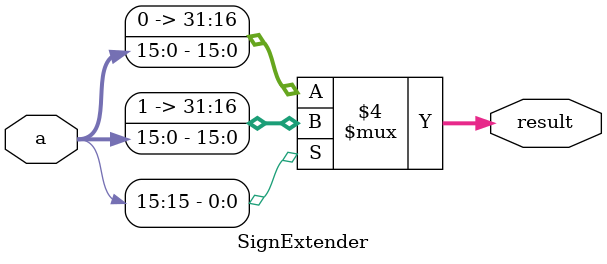
<source format=sv>
module SignExtender(a, result);
    input [15:0] a;         // 16-bit input
    output [31:0] result;   // 32-bit output
    reg [31:0] result;      // Define result as a register to use in always block

    always @(*) begin
        // Check the sign bit (MSB of `a`) to determine how to extend
        if (a[15] == 1'b1)
            result = {16'b1111111111111111, a};  // If negative, extend with 1's
        else
            result = {16'b0000000000000000, a};  // If positive, extend with 0's
    end
endmodule

</source>
